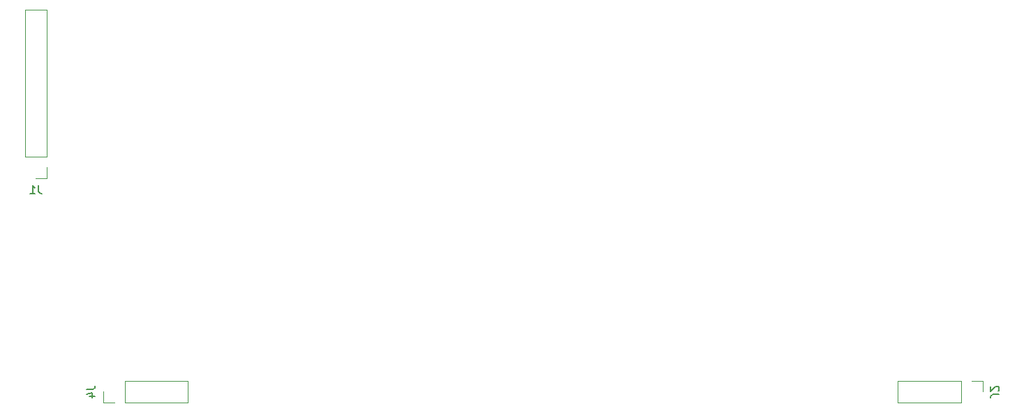
<source format=gbr>
%TF.GenerationSoftware,KiCad,Pcbnew,(5.1.10-1-10_14)*%
%TF.CreationDate,2022-01-24T17:11:52+11:00*%
%TF.ProjectId,Octal display,4f637461-6c20-4646-9973-706c61792e6b,rev?*%
%TF.SameCoordinates,Original*%
%TF.FileFunction,Legend,Bot*%
%TF.FilePolarity,Positive*%
%FSLAX46Y46*%
G04 Gerber Fmt 4.6, Leading zero omitted, Abs format (unit mm)*
G04 Created by KiCad (PCBNEW (5.1.10-1-10_14)) date 2022-01-24 17:11:52*
%MOMM*%
%LPD*%
G01*
G04 APERTURE LIST*
%ADD10C,0.120000*%
%ADD11C,0.150000*%
G04 APERTURE END LIST*
D10*
%TO.C,J4*%
X65770000Y-143670000D02*
X65770000Y-146330000D01*
X65770000Y-143670000D02*
X73450000Y-143670000D01*
X73450000Y-143670000D02*
X73450000Y-146330000D01*
X65770000Y-146330000D02*
X73450000Y-146330000D01*
X63170000Y-146330000D02*
X64500000Y-146330000D01*
X63170000Y-145000000D02*
X63170000Y-146330000D01*
%TO.C,J2*%
X167230000Y-146330000D02*
X167230000Y-143670000D01*
X167230000Y-146330000D02*
X159550000Y-146330000D01*
X159550000Y-146330000D02*
X159550000Y-143670000D01*
X167230000Y-143670000D02*
X159550000Y-143670000D01*
X169830000Y-143670000D02*
X168500000Y-143670000D01*
X169830000Y-145000000D02*
X169830000Y-143670000D01*
%TO.C,J1*%
X53670000Y-116430000D02*
X56330000Y-116430000D01*
X53670000Y-116430000D02*
X53670000Y-98590000D01*
X53670000Y-98590000D02*
X56330000Y-98590000D01*
X56330000Y-116430000D02*
X56330000Y-98590000D01*
X56330000Y-119030000D02*
X56330000Y-117700000D01*
X55000000Y-119030000D02*
X56330000Y-119030000D01*
%TO.C,J4*%
D11*
X61182380Y-144666666D02*
X61896666Y-144666666D01*
X62039523Y-144619047D01*
X62134761Y-144523809D01*
X62182380Y-144380952D01*
X62182380Y-144285714D01*
X61515714Y-145571428D02*
X62182380Y-145571428D01*
X61134761Y-145333333D02*
X61849047Y-145095238D01*
X61849047Y-145714285D01*
%TO.C,J2*%
X171817619Y-145333333D02*
X171103333Y-145333333D01*
X170960476Y-145380952D01*
X170865238Y-145476190D01*
X170817619Y-145619047D01*
X170817619Y-145714285D01*
X171722380Y-144904761D02*
X171770000Y-144857142D01*
X171817619Y-144761904D01*
X171817619Y-144523809D01*
X171770000Y-144428571D01*
X171722380Y-144380952D01*
X171627142Y-144333333D01*
X171531904Y-144333333D01*
X171389047Y-144380952D01*
X170817619Y-144952380D01*
X170817619Y-144333333D01*
%TO.C,J1*%
X55333333Y-119922380D02*
X55333333Y-120636666D01*
X55380952Y-120779523D01*
X55476190Y-120874761D01*
X55619047Y-120922380D01*
X55714285Y-120922380D01*
X54333333Y-120922380D02*
X54904761Y-120922380D01*
X54619047Y-120922380D02*
X54619047Y-119922380D01*
X54714285Y-120065238D01*
X54809523Y-120160476D01*
X54904761Y-120208095D01*
%TD*%
M02*

</source>
